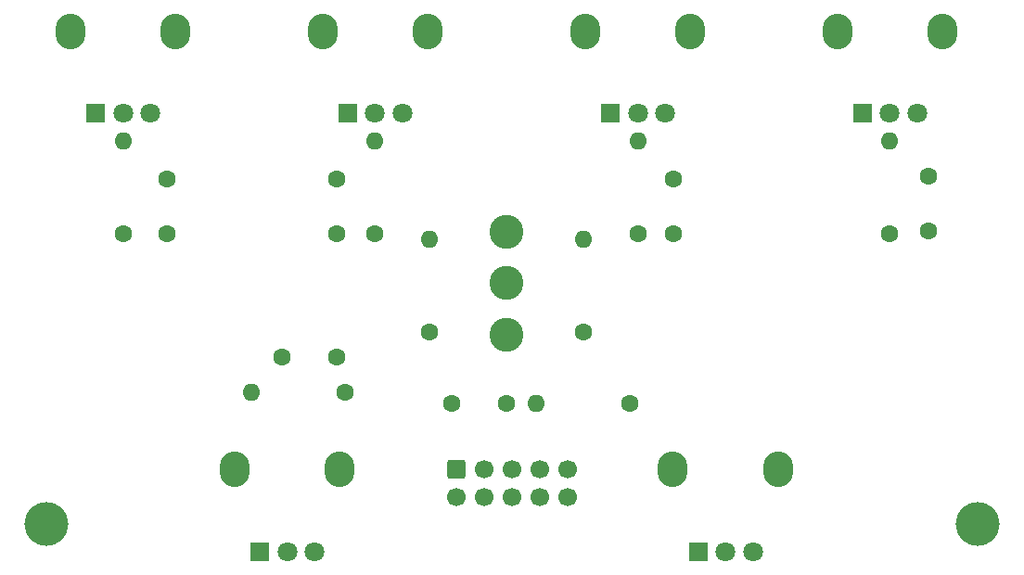
<source format=gbr>
%TF.GenerationSoftware,KiCad,Pcbnew,7.0.2*%
%TF.CreationDate,2024-01-15T12:29:35-05:00*%
%TF.ProjectId,CONTROL PCB,434f4e54-524f-44c2-9050-43422e6b6963,rev?*%
%TF.SameCoordinates,Original*%
%TF.FileFunction,Soldermask,Bot*%
%TF.FilePolarity,Negative*%
%FSLAX46Y46*%
G04 Gerber Fmt 4.6, Leading zero omitted, Abs format (unit mm)*
G04 Created by KiCad (PCBNEW 7.0.2) date 2024-01-15 12:29:35*
%MOMM*%
%LPD*%
G01*
G04 APERTURE LIST*
G04 Aperture macros list*
%AMRoundRect*
0 Rectangle with rounded corners*
0 $1 Rounding radius*
0 $2 $3 $4 $5 $6 $7 $8 $9 X,Y pos of 4 corners*
0 Add a 4 corners polygon primitive as box body*
4,1,4,$2,$3,$4,$5,$6,$7,$8,$9,$2,$3,0*
0 Add four circle primitives for the rounded corners*
1,1,$1+$1,$2,$3*
1,1,$1+$1,$4,$5*
1,1,$1+$1,$6,$7*
1,1,$1+$1,$8,$9*
0 Add four rect primitives between the rounded corners*
20,1,$1+$1,$2,$3,$4,$5,0*
20,1,$1+$1,$4,$5,$6,$7,0*
20,1,$1+$1,$6,$7,$8,$9,0*
20,1,$1+$1,$8,$9,$2,$3,0*%
G04 Aperture macros list end*
%ADD10C,3.100000*%
%ADD11C,1.600000*%
%ADD12O,1.600000X1.600000*%
%ADD13C,4.000000*%
%ADD14O,2.720000X3.240000*%
%ADD15R,1.800000X1.800000*%
%ADD16C,1.800000*%
%ADD17RoundRect,0.250000X-0.600000X0.600000X-0.600000X-0.600000X0.600000X-0.600000X0.600000X0.600000X0*%
%ADD18C,1.700000*%
G04 APERTURE END LIST*
D10*
%TO.C,MODE*%
X125000000Y-59700000D03*
X125000000Y-55000000D03*
X125000000Y-50300000D03*
%TD*%
D11*
%TO.C,R4*%
X160000000Y-50500000D03*
D12*
X160000000Y-42000000D03*
%TD*%
D11*
%TO.C,100nf*%
X125000000Y-66000000D03*
X120000000Y-66000000D03*
%TD*%
D13*
%TO.C,REF\u002A\u002A*%
X168000000Y-77000000D03*
%TD*%
D11*
%TO.C,R5*%
X136250000Y-66000000D03*
D12*
X127750000Y-66000000D03*
%TD*%
D11*
%TO.C,R7*%
X132000000Y-59500000D03*
D12*
X132000000Y-51000000D03*
%TD*%
D14*
%TO.C,B100K*%
X140200000Y-72000000D03*
X149800000Y-72000000D03*
D15*
X142500000Y-79500000D03*
D16*
X145000000Y-79500000D03*
X147500000Y-79500000D03*
%TD*%
D12*
%TO.C,R2*%
X113000000Y-42000000D03*
D11*
X113000000Y-50500000D03*
%TD*%
%TO.C,R7*%
X118000000Y-59500000D03*
D12*
X118000000Y-51000000D03*
%TD*%
D14*
%TO.C,B100K*%
X155200000Y-32000000D03*
X164800000Y-32000000D03*
D15*
X157500000Y-39500000D03*
D16*
X160000000Y-39500000D03*
X162500000Y-39500000D03*
%TD*%
D11*
%TO.C,100nf*%
X109500000Y-61750000D03*
X104500000Y-61750000D03*
%TD*%
D14*
%TO.C,B100K*%
X100200000Y-72000000D03*
X109800000Y-72000000D03*
D15*
X102500000Y-79500000D03*
D16*
X105000000Y-79500000D03*
X107500000Y-79500000D03*
%TD*%
D14*
%TO.C,B100K*%
X132200000Y-32000000D03*
X141800000Y-32000000D03*
D15*
X134500000Y-39500000D03*
D16*
X137000000Y-39500000D03*
X139500000Y-39500000D03*
%TD*%
D11*
%TO.C,100nf*%
X163500000Y-50250000D03*
X163500000Y-45250000D03*
%TD*%
%TO.C,100nf*%
X140250000Y-50500000D03*
X140250000Y-45500000D03*
%TD*%
%TO.C,100nf*%
X94000000Y-50500000D03*
X94000000Y-45500000D03*
%TD*%
%TO.C,R1*%
X90000000Y-50500000D03*
D12*
X90000000Y-42000000D03*
%TD*%
D11*
%TO.C,R6*%
X110250000Y-65000000D03*
D12*
X101750000Y-65000000D03*
%TD*%
D14*
%TO.C,B100K*%
X108200000Y-32000000D03*
X117800000Y-32000000D03*
D15*
X110500000Y-39500000D03*
D16*
X113000000Y-39500000D03*
X115500000Y-39500000D03*
%TD*%
D14*
%TO.C,B100K*%
X85200000Y-32000000D03*
X94800000Y-32000000D03*
D15*
X87500000Y-39500000D03*
D16*
X90000000Y-39500000D03*
X92500000Y-39500000D03*
%TD*%
D11*
%TO.C,R3*%
X137000000Y-50500000D03*
D12*
X137000000Y-42000000D03*
%TD*%
D11*
%TO.C,100nf*%
X109500000Y-50500000D03*
X109500000Y-45500000D03*
%TD*%
D13*
%TO.C,REF\u002A\u002A*%
X83000000Y-77000000D03*
%TD*%
D17*
%TO.C,NOT POWER*%
X120460000Y-72000000D03*
D18*
X120460000Y-74540000D03*
X123000000Y-72000000D03*
X123000000Y-74540000D03*
X125540000Y-72000000D03*
X125540000Y-74540000D03*
X128080000Y-72000000D03*
X128080000Y-74540000D03*
X130620000Y-72000000D03*
X130620000Y-74540000D03*
%TD*%
M02*

</source>
